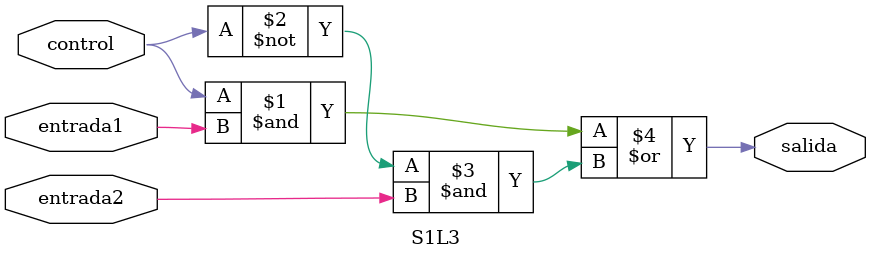
<source format=v>
module S1L3(entrada1,entrada2, control, salida);
	
	input entrada1;
	input entrada2;
	input control;
	output  salida;
	
	assign salida = (control&entrada1)|(~control&entrada2);
	

endmodule

</source>
